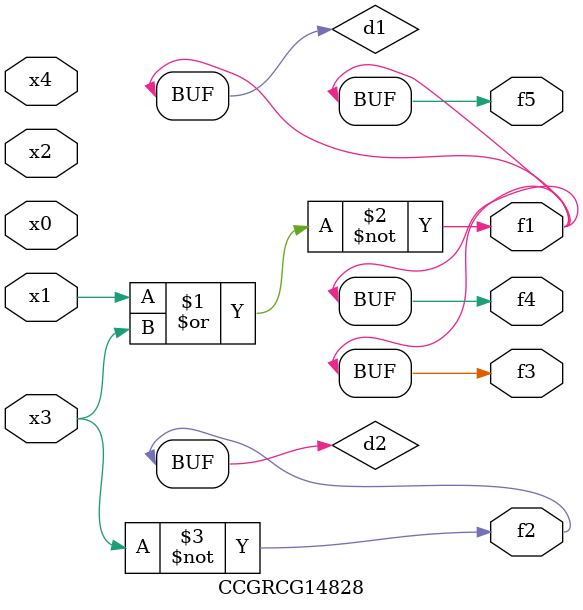
<source format=v>
module CCGRCG14828(
	input x0, x1, x2, x3, x4,
	output f1, f2, f3, f4, f5
);

	wire d1, d2;

	nor (d1, x1, x3);
	not (d2, x3);
	assign f1 = d1;
	assign f2 = d2;
	assign f3 = d1;
	assign f4 = d1;
	assign f5 = d1;
endmodule

</source>
